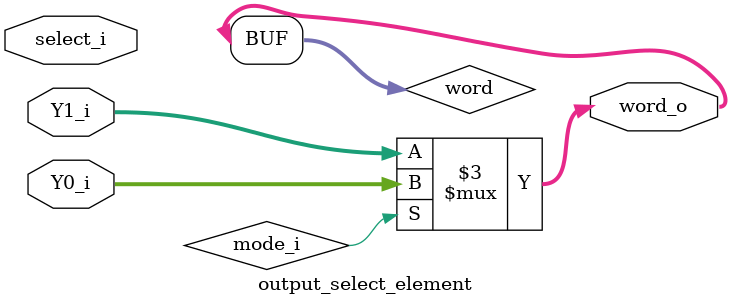
<source format=v>
module output_select_element (
	input select_i,
	input [63:0] Y0_i,
	input [63:0] Y1_i,
	
	output [63:0] word_o
    );

reg [63:0] word;

assign word_o = word;

always @(*) begin
	if (mode_i) // Y0
	begin
		word[63:0] = Y0_i[63:0];
	end else begin // Y1
		word[63:0] = Y1_i[63:0];
	end
end

endmodule

</source>
